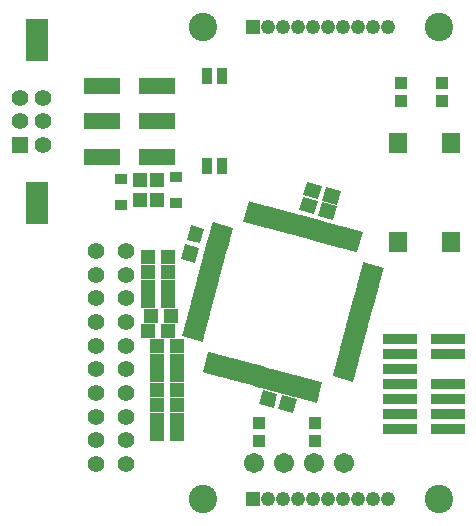
<source format=gts>
G75*
G70*
%OFA0B0*%
%FSLAX24Y24*%
%IPPOS*%
%LPD*%
%AMOC8*
5,1,8,0,0,1.08239X$1,22.5*
%
%ADD10C,0.0946*%
%ADD11R,0.0198X0.0710*%
%ADD12R,0.0513X0.0474*%
%ADD13R,0.0631X0.0710*%
%ADD14R,0.0395X0.0395*%
%ADD15R,0.1180X0.0370*%
%ADD16C,0.0552*%
%ADD17R,0.0480X0.0480*%
%ADD18C,0.0480*%
%ADD19R,0.0379X0.0580*%
%ADD20R,0.1230X0.0580*%
%ADD21R,0.0730X0.1430*%
%ADD22R,0.0552X0.0552*%
%ADD23R,0.0407X0.0328*%
%ADD24C,0.0671*%
D10*
X007787Y001311D03*
X015661Y001311D03*
X015661Y017060D03*
X007787Y017060D03*
D11*
G36*
X009322Y011251D02*
X009512Y011200D01*
X009328Y010515D01*
X009138Y010566D01*
X009322Y011251D01*
G37*
G36*
X009512Y011200D02*
X009702Y011149D01*
X009518Y010464D01*
X009328Y010515D01*
X009512Y011200D01*
G37*
G36*
X009702Y011149D02*
X009892Y011098D01*
X009708Y010413D01*
X009518Y010464D01*
X009702Y011149D01*
G37*
G36*
X009892Y011098D02*
X010082Y011047D01*
X009898Y010362D01*
X009708Y010413D01*
X009892Y011098D01*
G37*
G36*
X010082Y011047D02*
X010272Y010996D01*
X010088Y010311D01*
X009898Y010362D01*
X010082Y011047D01*
G37*
G36*
X010272Y010996D02*
X010462Y010945D01*
X010278Y010260D01*
X010088Y010311D01*
X010272Y010996D01*
G37*
G36*
X010462Y010945D02*
X010652Y010894D01*
X010468Y010209D01*
X010278Y010260D01*
X010462Y010945D01*
G37*
G36*
X010653Y010894D02*
X010843Y010843D01*
X010659Y010158D01*
X010469Y010209D01*
X010653Y010894D01*
G37*
G36*
X010843Y010843D02*
X011033Y010792D01*
X010849Y010107D01*
X010659Y010158D01*
X010843Y010843D01*
G37*
G36*
X011033Y010792D02*
X011223Y010741D01*
X011039Y010056D01*
X010849Y010107D01*
X011033Y010792D01*
G37*
G36*
X011223Y010741D02*
X011413Y010690D01*
X011229Y010005D01*
X011039Y010056D01*
X011223Y010741D01*
G37*
G36*
X011413Y010690D02*
X011603Y010639D01*
X011419Y009954D01*
X011229Y010005D01*
X011413Y010690D01*
G37*
G36*
X011603Y010639D02*
X011793Y010588D01*
X011609Y009903D01*
X011419Y009954D01*
X011603Y010639D01*
G37*
G36*
X011793Y010588D02*
X011983Y010537D01*
X011799Y009852D01*
X011609Y009903D01*
X011793Y010588D01*
G37*
G36*
X011984Y010537D02*
X012174Y010486D01*
X011990Y009801D01*
X011800Y009852D01*
X011984Y010537D01*
G37*
G36*
X012174Y010486D02*
X012364Y010435D01*
X012180Y009750D01*
X011990Y009801D01*
X012174Y010486D01*
G37*
G36*
X012364Y010435D02*
X012554Y010384D01*
X012370Y009699D01*
X012180Y009750D01*
X012364Y010435D01*
G37*
G36*
X012554Y010384D02*
X012744Y010333D01*
X012560Y009648D01*
X012370Y009699D01*
X012554Y010384D01*
G37*
G36*
X012744Y010333D02*
X012934Y010282D01*
X012750Y009597D01*
X012560Y009648D01*
X012744Y010333D01*
G37*
G36*
X012934Y010282D02*
X013124Y010231D01*
X012940Y009546D01*
X012750Y009597D01*
X012934Y010282D01*
G37*
G36*
X013820Y009025D02*
X013769Y008835D01*
X013084Y009019D01*
X013135Y009209D01*
X013820Y009025D01*
G37*
G36*
X013769Y008835D02*
X013718Y008645D01*
X013033Y008829D01*
X013084Y009019D01*
X013769Y008835D01*
G37*
G36*
X013718Y008645D02*
X013667Y008455D01*
X012982Y008639D01*
X013033Y008829D01*
X013718Y008645D01*
G37*
G36*
X013667Y008455D02*
X013616Y008265D01*
X012931Y008449D01*
X012982Y008639D01*
X013667Y008455D01*
G37*
G36*
X013617Y008265D02*
X013566Y008075D01*
X012881Y008259D01*
X012932Y008449D01*
X013617Y008265D01*
G37*
G36*
X013566Y008075D02*
X013515Y007885D01*
X012830Y008069D01*
X012881Y008259D01*
X013566Y008075D01*
G37*
G36*
X013515Y007885D02*
X013464Y007695D01*
X012779Y007879D01*
X012830Y008069D01*
X013515Y007885D01*
G37*
G36*
X013464Y007694D02*
X013413Y007504D01*
X012728Y007688D01*
X012779Y007878D01*
X013464Y007694D01*
G37*
G36*
X013413Y007504D02*
X013362Y007314D01*
X012677Y007498D01*
X012728Y007688D01*
X013413Y007504D01*
G37*
G36*
X013362Y007314D02*
X013311Y007124D01*
X012626Y007308D01*
X012677Y007498D01*
X013362Y007314D01*
G37*
G36*
X013311Y007124D02*
X013260Y006934D01*
X012575Y007118D01*
X012626Y007308D01*
X013311Y007124D01*
G37*
G36*
X013260Y006934D02*
X013209Y006744D01*
X012524Y006928D01*
X012575Y007118D01*
X013260Y006934D01*
G37*
G36*
X013209Y006744D02*
X013158Y006554D01*
X012473Y006738D01*
X012524Y006928D01*
X013209Y006744D01*
G37*
G36*
X013158Y006554D02*
X013107Y006364D01*
X012422Y006548D01*
X012473Y006738D01*
X013158Y006554D01*
G37*
G36*
X013107Y006363D02*
X013056Y006173D01*
X012371Y006357D01*
X012422Y006547D01*
X013107Y006363D01*
G37*
G36*
X013056Y006173D02*
X013005Y005983D01*
X012320Y006167D01*
X012371Y006357D01*
X013056Y006173D01*
G37*
G36*
X013005Y005983D02*
X012954Y005793D01*
X012269Y005977D01*
X012320Y006167D01*
X013005Y005983D01*
G37*
G36*
X012954Y005793D02*
X012903Y005603D01*
X012218Y005787D01*
X012269Y005977D01*
X012954Y005793D01*
G37*
G36*
X012903Y005603D02*
X012852Y005413D01*
X012167Y005597D01*
X012218Y005787D01*
X012903Y005603D01*
G37*
G36*
X012852Y005413D02*
X012801Y005223D01*
X012116Y005407D01*
X012167Y005597D01*
X012852Y005413D01*
G37*
G36*
X011595Y004527D02*
X011405Y004578D01*
X011589Y005263D01*
X011779Y005212D01*
X011595Y004527D01*
G37*
G36*
X011405Y004578D02*
X011215Y004629D01*
X011399Y005314D01*
X011589Y005263D01*
X011405Y004578D01*
G37*
G36*
X011215Y004629D02*
X011025Y004680D01*
X011209Y005365D01*
X011399Y005314D01*
X011215Y004629D01*
G37*
G36*
X011025Y004680D02*
X010835Y004731D01*
X011019Y005416D01*
X011209Y005365D01*
X011025Y004680D01*
G37*
G36*
X010835Y004731D02*
X010645Y004782D01*
X010829Y005467D01*
X011019Y005416D01*
X010835Y004731D01*
G37*
G36*
X010645Y004781D02*
X010455Y004832D01*
X010639Y005517D01*
X010829Y005466D01*
X010645Y004781D01*
G37*
G36*
X010454Y004832D02*
X010264Y004883D01*
X010448Y005568D01*
X010638Y005517D01*
X010454Y004832D01*
G37*
G36*
X010264Y004883D02*
X010074Y004934D01*
X010258Y005619D01*
X010448Y005568D01*
X010264Y004883D01*
G37*
G36*
X010074Y004934D02*
X009884Y004985D01*
X010068Y005670D01*
X010258Y005619D01*
X010074Y004934D01*
G37*
G36*
X009884Y004985D02*
X009694Y005036D01*
X009878Y005721D01*
X010068Y005670D01*
X009884Y004985D01*
G37*
G36*
X009694Y005036D02*
X009504Y005087D01*
X009688Y005772D01*
X009878Y005721D01*
X009694Y005036D01*
G37*
G36*
X009504Y005087D02*
X009314Y005138D01*
X009498Y005823D01*
X009688Y005772D01*
X009504Y005087D01*
G37*
G36*
X009314Y005138D02*
X009124Y005189D01*
X009308Y005874D01*
X009498Y005823D01*
X009314Y005138D01*
G37*
G36*
X009123Y005189D02*
X008933Y005240D01*
X009117Y005925D01*
X009307Y005874D01*
X009123Y005189D01*
G37*
G36*
X008933Y005240D02*
X008743Y005291D01*
X008927Y005976D01*
X009117Y005925D01*
X008933Y005240D01*
G37*
G36*
X008743Y005291D02*
X008553Y005342D01*
X008737Y006027D01*
X008927Y005976D01*
X008743Y005291D01*
G37*
G36*
X008553Y005342D02*
X008363Y005393D01*
X008547Y006078D01*
X008737Y006027D01*
X008553Y005342D01*
G37*
G36*
X008363Y005393D02*
X008173Y005444D01*
X008357Y006129D01*
X008547Y006078D01*
X008363Y005393D01*
G37*
G36*
X008173Y005444D02*
X007983Y005495D01*
X008167Y006180D01*
X008357Y006129D01*
X008173Y005444D01*
G37*
G36*
X007983Y005495D02*
X007793Y005546D01*
X007977Y006231D01*
X008167Y006180D01*
X007983Y005495D01*
G37*
G36*
X007097Y006752D02*
X007148Y006942D01*
X007833Y006758D01*
X007782Y006568D01*
X007097Y006752D01*
G37*
G36*
X007148Y006942D02*
X007199Y007132D01*
X007884Y006948D01*
X007833Y006758D01*
X007148Y006942D01*
G37*
G36*
X007198Y007132D02*
X007249Y007322D01*
X007934Y007138D01*
X007883Y006948D01*
X007198Y007132D01*
G37*
G36*
X007249Y007322D02*
X007300Y007512D01*
X007985Y007328D01*
X007934Y007138D01*
X007249Y007322D01*
G37*
G36*
X007300Y007512D02*
X007351Y007702D01*
X008036Y007518D01*
X007985Y007328D01*
X007300Y007512D01*
G37*
G36*
X007351Y007702D02*
X007402Y007892D01*
X008087Y007708D01*
X008036Y007518D01*
X007351Y007702D01*
G37*
G36*
X007402Y007893D02*
X007453Y008083D01*
X008138Y007899D01*
X008087Y007709D01*
X007402Y007893D01*
G37*
G36*
X007453Y008083D02*
X007504Y008273D01*
X008189Y008089D01*
X008138Y007899D01*
X007453Y008083D01*
G37*
G36*
X007504Y008273D02*
X007555Y008463D01*
X008240Y008279D01*
X008189Y008089D01*
X007504Y008273D01*
G37*
G36*
X007555Y008463D02*
X007606Y008653D01*
X008291Y008469D01*
X008240Y008279D01*
X007555Y008463D01*
G37*
G36*
X007606Y008653D02*
X007657Y008843D01*
X008342Y008659D01*
X008291Y008469D01*
X007606Y008653D01*
G37*
G36*
X007657Y008843D02*
X007708Y009033D01*
X008393Y008849D01*
X008342Y008659D01*
X007657Y008843D01*
G37*
G36*
X007708Y009033D02*
X007759Y009223D01*
X008444Y009039D01*
X008393Y008849D01*
X007708Y009033D01*
G37*
G36*
X007759Y009224D02*
X007810Y009414D01*
X008495Y009230D01*
X008444Y009040D01*
X007759Y009224D01*
G37*
G36*
X007810Y009414D02*
X007861Y009604D01*
X008546Y009420D01*
X008495Y009230D01*
X007810Y009414D01*
G37*
G36*
X007861Y009604D02*
X007912Y009794D01*
X008597Y009610D01*
X008546Y009420D01*
X007861Y009604D01*
G37*
G36*
X007912Y009794D02*
X007963Y009984D01*
X008648Y009800D01*
X008597Y009610D01*
X007912Y009794D01*
G37*
G36*
X007963Y009984D02*
X008014Y010174D01*
X008699Y009990D01*
X008648Y009800D01*
X007963Y009984D01*
G37*
G36*
X008014Y010174D02*
X008065Y010364D01*
X008750Y010180D01*
X008699Y009990D01*
X008014Y010174D01*
G37*
G36*
X008065Y010364D02*
X008116Y010554D01*
X008801Y010370D01*
X008750Y010180D01*
X008065Y010364D01*
G37*
D12*
G36*
X007248Y009965D02*
X007381Y010458D01*
X007838Y010335D01*
X007705Y009842D01*
X007248Y009965D01*
G37*
G36*
X007075Y009318D02*
X007208Y009811D01*
X007665Y009688D01*
X007532Y009195D01*
X007075Y009318D01*
G37*
X006646Y009382D03*
X006646Y008890D03*
X006646Y008398D03*
X006646Y007906D03*
X006744Y007414D03*
X006646Y006922D03*
X006941Y006430D03*
X006941Y005937D03*
X006941Y005445D03*
X006941Y004953D03*
X006941Y004461D03*
X006941Y003969D03*
X006941Y003477D03*
X006272Y003477D03*
X006272Y003969D03*
X006272Y004461D03*
X006272Y004953D03*
X006272Y005445D03*
X006272Y005937D03*
X006272Y006430D03*
X005976Y006922D03*
X006075Y007414D03*
X005976Y007906D03*
X005976Y008398D03*
X005976Y008890D03*
X005976Y009382D03*
X005701Y011292D03*
X006252Y011292D03*
X006252Y011961D03*
X005701Y011961D03*
G36*
X011494Y010807D02*
X011001Y010940D01*
X011124Y011397D01*
X011617Y011264D01*
X011494Y010807D01*
G37*
G36*
X012140Y010634D02*
X011647Y010767D01*
X011770Y011224D01*
X012263Y011091D01*
X012140Y010634D01*
G37*
G36*
X012273Y011137D02*
X011780Y011270D01*
X011903Y011727D01*
X012396Y011594D01*
X012273Y011137D01*
G37*
G36*
X011627Y011310D02*
X011134Y011443D01*
X011257Y011900D01*
X011750Y011767D01*
X011627Y011310D01*
G37*
G36*
X009784Y004951D02*
X010277Y004818D01*
X010154Y004361D01*
X009661Y004494D01*
X009784Y004951D01*
G37*
G36*
X010430Y004778D02*
X010923Y004645D01*
X010800Y004188D01*
X010307Y004321D01*
X010430Y004778D01*
G37*
D13*
X014283Y009894D03*
X016055Y009894D03*
X016055Y013201D03*
X014283Y013201D03*
D14*
X014382Y014599D03*
X014382Y015189D03*
X015760Y015189D03*
X015760Y014599D03*
X011528Y003851D03*
X011528Y003260D03*
X009657Y003260D03*
X009657Y003851D03*
D15*
X014350Y003650D03*
X014350Y004150D03*
X014350Y004650D03*
X014350Y005150D03*
X014350Y005650D03*
X014350Y006150D03*
X014350Y006650D03*
X015950Y006650D03*
X015950Y006150D03*
X015950Y005150D03*
X015950Y004650D03*
X015950Y004150D03*
X015950Y003650D03*
D16*
X004244Y002493D03*
X004244Y003280D03*
X004244Y004067D03*
X004244Y004855D03*
X004244Y005642D03*
X004244Y006430D03*
X004244Y007217D03*
X004244Y008004D03*
X004244Y008792D03*
X004244Y009579D03*
X005228Y009579D03*
X005228Y008792D03*
X005228Y008004D03*
X005228Y007217D03*
X005228Y006430D03*
X005228Y005642D03*
X005228Y004855D03*
X005228Y004067D03*
X005228Y003280D03*
X005228Y002493D03*
X002472Y013123D03*
X002472Y013910D03*
X002472Y014697D03*
X001685Y014697D03*
X001685Y013910D03*
D17*
X009474Y017060D03*
X009474Y001311D03*
D18*
X009974Y001311D03*
X010474Y001311D03*
X010974Y001311D03*
X011474Y001311D03*
X011974Y001311D03*
X012474Y001311D03*
X012974Y001311D03*
X013474Y001311D03*
X013974Y001311D03*
X013974Y017060D03*
X013474Y017060D03*
X012974Y017060D03*
X012474Y017060D03*
X011974Y017060D03*
X011474Y017060D03*
X010974Y017060D03*
X010474Y017060D03*
X009974Y017060D03*
D19*
X008431Y015410D03*
X007931Y015410D03*
X007931Y012410D03*
X008431Y012410D03*
D20*
X006252Y012729D03*
X006252Y013910D03*
X006252Y015091D03*
X004429Y015091D03*
X004429Y013910D03*
X004429Y012729D03*
D21*
X002276Y011200D03*
X002276Y016620D03*
D22*
X001685Y013123D03*
D23*
X005071Y011987D03*
X005071Y011109D03*
X006882Y011187D03*
X006882Y012065D03*
D24*
X009504Y002524D03*
X010504Y002524D03*
X011504Y002524D03*
X012504Y002524D03*
M02*

</source>
